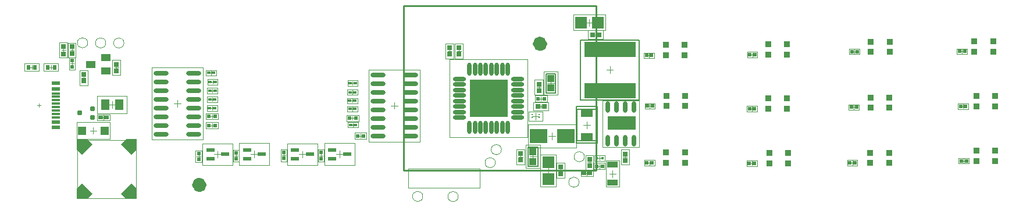
<source format=gtp>
G04*
G04 #@! TF.GenerationSoftware,Altium Limited,CircuitMaker,2.2.1 (2.2.1.6)*
G04*
G04 Layer_Color=7318015*
%FSLAX24Y24*%
%MOIN*%
G70*
G04*
G04 #@! TF.SameCoordinates,07040E79-6860-4804-BF28-05383503267E*
G04*
G04*
G04 #@! TF.FilePolarity,Positive*
G04*
G01*
G75*
%ADD11C,0.0039*%
%ADD13C,0.0100*%
%ADD14C,0.0079*%
%ADD15C,0.0059*%
%ADD17C,0.0050*%
%ADD18C,0.0020*%
%ADD19C,0.0433*%
%ADD20R,0.0283X0.0299*%
%ADD21O,0.0236X0.0669*%
%ADD22R,0.0256X0.0236*%
%ADD23O,0.0236X0.0768*%
%ADD24R,0.0236X0.0276*%
%ADD25R,0.0492X0.0118*%
%ADD26R,0.0197X0.0177*%
%ADD27R,0.0492X0.0610*%
%ADD28R,0.0492X0.0197*%
%ADD29O,0.0768X0.0236*%
%ADD30R,0.0236X0.0276*%
%ADD31R,0.0197X0.0236*%
%ADD32R,0.0236X0.0197*%
%ADD33O,0.0866X0.0236*%
%ADD34R,0.0984X0.0787*%
%ADD35R,0.0394X0.0394*%
%ADD36R,0.0709X0.0650*%
%ADD37R,0.0213X0.0236*%
%ADD38R,0.0217X0.0197*%
%ADD39R,0.0256X0.0256*%
%ADD40R,0.0177X0.0177*%
%ADD41R,0.0610X0.0354*%
%ADD42R,0.0374X0.0354*%
%ADD43R,0.0669X0.0512*%
%ADD44R,0.0650X0.0709*%
%ADD45R,0.0299X0.0283*%
%ADD46R,0.2953X0.0866*%
%ADD47P,0.0600X4X270.0*%
%ADD48R,0.0600X0.0600*%
%ADD49P,0.0600X4X360.0*%
%ADD50R,0.0600X0.0600*%
%ADD51C,0.0098*%
G04:AMPARAMS|DCode=52|XSize=23.6mil|YSize=29.5mil|CornerRadius=4.7mil|HoleSize=0mil|Usage=FLASHONLY|Rotation=90.000|XOffset=0mil|YOffset=0mil|HoleType=Round|Shape=RoundedRectangle|*
%AMROUNDEDRECTD52*
21,1,0.0236,0.0201,0,0,90.0*
21,1,0.0142,0.0295,0,0,90.0*
1,1,0.0094,0.0100,0.0071*
1,1,0.0094,0.0100,-0.0071*
1,1,0.0094,-0.0100,-0.0071*
1,1,0.0094,-0.0100,0.0071*
%
%ADD52ROUNDEDRECTD52*%
%ADD53R,0.0500X0.0500*%
%ADD54R,0.0551X0.0394*%
%ADD55R,0.0492X0.0236*%
G36*
X28840Y7336D02*
Y5215D01*
X26722D01*
X26711Y5204D01*
X26700Y5215D01*
Y7336D01*
X28843Y7339D01*
X28840Y7336D01*
D02*
G37*
G36*
X36190Y4471D02*
X34601D01*
Y5228D01*
X36190D01*
Y4471D01*
D02*
G37*
D11*
X4197Y3888D02*
X7544D01*
Y542D02*
Y3888D01*
X4197Y542D02*
X7544D01*
X4197D02*
Y3888D01*
X26015Y640D02*
G03*
X26015Y640I-295J0D01*
G01*
X33251Y2925D02*
G03*
X33251Y2925I-295J0D01*
G01*
X5818Y9449D02*
G03*
X5818Y9449I-295J0D01*
G01*
X6859Y9444D02*
G03*
X6859Y9444I-295J0D01*
G01*
X4780Y9454D02*
G03*
X4780Y9454I-295J0D01*
G01*
X28144Y2582D02*
G03*
X28144Y2582I-295J0D01*
G01*
X28494Y3332D02*
G03*
X28494Y3332I-295J0D01*
G01*
X32941Y1465D02*
G03*
X32941Y1465I-295J0D01*
G01*
X23988Y649D02*
G03*
X23988Y649I-295J0D01*
G01*
X4542Y7346D02*
Y7563D01*
X4434Y7455D02*
X4651D01*
X35147Y4818D02*
X35541D01*
X35344Y4621D02*
Y5015D01*
X19835Y6135D02*
X20051D01*
X19943Y6027D02*
Y6243D01*
X5983Y5913D02*
X6377D01*
X6180Y5717D02*
Y6110D01*
X14134Y3066D02*
X14528D01*
X14331Y2869D02*
Y3263D01*
X23154Y1127D02*
X27249D01*
Y2229D01*
X23154D02*
X27249D01*
X23154Y1127D02*
Y2229D01*
X27562Y6272D02*
X27956D01*
X27759Y6075D02*
Y6469D01*
X1573Y7947D02*
Y8163D01*
X1465Y8055D02*
X1681D01*
X2676Y7947D02*
Y8163D01*
X2567Y8055D02*
X2784D01*
X19965Y5027D02*
Y5243D01*
X19857Y5135D02*
X20074D01*
X20426Y4012D02*
Y4228D01*
X20317Y4120D02*
X20534D01*
X18047Y2987D02*
X18264D01*
X18155Y2879D02*
Y3095D01*
X15908Y3001D02*
X16125D01*
X16017Y2893D02*
Y3109D01*
X13173Y2978D02*
X13390D01*
X13281Y2870D02*
Y3087D01*
X11029Y2946D02*
X11246D01*
X11138Y2838D02*
Y3054D01*
X19218Y2866D02*
Y3260D01*
X19021Y3063D02*
X19414D01*
X17093Y2863D02*
Y3257D01*
X16897Y3060D02*
X17290D01*
X12228Y2865D02*
Y3259D01*
X12032Y3062D02*
X12425D01*
X11904Y5137D02*
Y5353D01*
X11796Y5245D02*
X12012D01*
X11909Y4612D02*
Y4829D01*
X11801Y4720D02*
X12017D01*
X22351Y5661D02*
Y6055D01*
X22154Y5858D02*
X22548D01*
X20874Y7925D02*
X23827D01*
X20874Y3791D02*
X23827D01*
X20874D02*
Y7925D01*
X23827Y3791D02*
Y7925D01*
X9922Y5775D02*
Y6169D01*
X9725Y5972D02*
X10119D01*
X8445Y3905D02*
X11398D01*
X8445Y8039D02*
X11398D01*
Y3905D02*
Y8039D01*
X8445Y3905D02*
Y8039D01*
X29492Y2925D02*
X29709D01*
X29600Y2816D02*
Y3033D01*
X30300Y2738D02*
Y3131D01*
X30104Y2935D02*
X30497D01*
X31876Y2037D02*
Y2253D01*
X31767Y2145D02*
X31984D01*
X30979Y2125D02*
X31373D01*
X31176Y1928D02*
Y2322D01*
X33278Y1975D02*
X33514D01*
X33396Y1857D02*
Y2093D01*
X33988Y2385D02*
X34244D01*
X34116Y2257D02*
Y2513D01*
X36983Y2452D02*
Y2688D01*
X36865Y2570D02*
X37101D01*
X33546Y2487D02*
Y2703D01*
X33437Y2595D02*
X33654D01*
X34007Y2845D02*
X34224D01*
X34116Y2737D02*
Y2953D01*
X34870Y1754D02*
Y2148D01*
X34673Y1951D02*
X35067D01*
X35576Y2786D02*
Y3002D01*
X35467Y2894D02*
X35684D01*
X33189Y4745D02*
X33583D01*
X33386Y4548D02*
Y4942D01*
X33536Y10418D02*
Y10812D01*
X33339Y10615D02*
X33733D01*
X37001Y5712D02*
Y5948D01*
X36883Y5830D02*
X37119D01*
X36956Y8617D02*
Y8853D01*
X36838Y8735D02*
X37074D01*
X42871Y8652D02*
Y8888D01*
X42753Y8770D02*
X42989D01*
X42849Y2426D02*
Y2662D01*
X42731Y2544D02*
X42967D01*
X42735Y5675D02*
X42972D01*
X42853Y5557D02*
Y5793D01*
X48690Y5642D02*
Y5878D01*
X48572Y5760D02*
X48809D01*
X48728Y8837D02*
Y9073D01*
X48610Y8955D02*
X48846D01*
X48606Y2457D02*
Y2693D01*
X48488Y2575D02*
X48724D01*
X54878Y2685D02*
X55114D01*
X54996Y2567D02*
Y2803D01*
X54835Y5815D02*
X55072D01*
X54953Y5697D02*
Y5933D01*
X54893Y8847D02*
Y9083D01*
X54775Y8965D02*
X55012D01*
X33791Y9923D02*
X34007D01*
X33899Y9815D02*
Y10032D01*
X34509Y7905D02*
X34903D01*
X34706Y7708D02*
Y8102D01*
X26066Y8877D02*
Y9093D01*
X25957Y8985D02*
X26174D01*
X11823Y6713D02*
X12040D01*
X11932Y6605D02*
Y6822D01*
X11832Y7213D02*
X12049D01*
X11940Y7105D02*
Y7322D01*
X11810Y5715D02*
X12026D01*
X11918Y5607D02*
Y5823D01*
X11812Y6203D02*
X12029D01*
X11921Y6094D02*
Y6311D01*
X11748Y7734D02*
X11964D01*
X11856Y7625D02*
Y7842D01*
X30259Y5252D02*
X30653D01*
X30456Y5055D02*
Y5448D01*
X19847Y6625D02*
X20063D01*
X19955Y6517D02*
Y6733D01*
X19845Y5665D02*
X20062D01*
X19953Y5557D02*
Y5773D01*
X5570Y5175D02*
X5806D01*
X5688Y5057D02*
Y5293D01*
X3886Y8930D02*
Y9146D01*
X3777Y9038D02*
X3994D01*
X30769Y6144D02*
Y6361D01*
X30661Y6252D02*
X30877D01*
X3778Y8265D02*
X3994D01*
X3886Y8157D02*
Y8373D01*
X19859Y7149D02*
X20076D01*
X19968Y7040D02*
Y7257D01*
X30531Y6902D02*
X30747D01*
X30639Y6794D02*
Y7011D01*
X6326Y8027D02*
X6542D01*
X6434Y7918D02*
Y8135D01*
X3396Y8927D02*
Y9143D01*
X3287Y9035D02*
X3504D01*
X31319Y6941D02*
Y7335D01*
X31122Y7138D02*
X31516D01*
X19877Y4750D02*
X20094D01*
X19985Y4642D02*
Y4858D01*
X25417Y8986D02*
X25634D01*
X25526Y8878D02*
Y9094D01*
X30768Y5694D02*
Y5911D01*
X30660Y5802D02*
X30876D01*
X5100Y4228D02*
Y4622D01*
X4904Y4425D02*
X5297D01*
D13*
X22887Y11584D02*
X33911D01*
Y2135D02*
Y11584D01*
X22887Y2135D02*
X33911D01*
X22887D02*
Y11584D01*
D14*
X32772Y3695D02*
X34000D01*
Y5795D01*
X32772D02*
X34000D01*
X32772Y3695D02*
Y5795D01*
D15*
X30576Y2385D02*
Y3485D01*
X30025Y2385D02*
X30576D01*
X30025D02*
Y3485D01*
X30576D01*
X31044Y6588D02*
Y7688D01*
X31595D01*
Y6588D02*
Y7688D01*
X31044Y6588D02*
X31595D01*
X32811Y3839D02*
X33961D01*
Y5650D01*
X32811D02*
X33961D01*
X32811Y3839D02*
Y5650D01*
D17*
X33033Y6192D02*
X36379D01*
X33033Y9618D02*
X36379D01*
X33033Y6192D02*
Y9618D01*
X36379Y6192D02*
Y9618D01*
D18*
X4306Y7022D02*
X4779D01*
X4306Y7888D02*
X4779D01*
X4306Y7022D02*
Y7888D01*
X4779Y7022D02*
Y7888D01*
X36388Y3480D02*
Y6157D01*
X34301Y3480D02*
Y6157D01*
X36388D01*
X34301Y3480D02*
X36388D01*
X19648Y5977D02*
Y6292D01*
X20238Y5977D02*
Y6292D01*
X19648D02*
X20238D01*
X19648Y5977D02*
X20238D01*
X5334Y5402D02*
Y6425D01*
X7027Y5402D02*
Y6425D01*
X5334D02*
X7027D01*
X5334Y5402D02*
X7027D01*
X13465Y2436D02*
Y3696D01*
X15197Y2436D02*
Y3696D01*
X13465D02*
X15197D01*
X13465Y2436D02*
X15197D01*
X30003Y4028D02*
Y8516D01*
X25515Y4028D02*
Y8516D01*
Y4028D02*
X30003D01*
X25515Y8516D02*
X30003D01*
X1160Y7838D02*
X1987D01*
X1160Y8271D02*
X1987D01*
Y7838D02*
Y8271D01*
X1160Y7838D02*
Y8271D01*
X2262Y8271D02*
X3089D01*
X2262Y7838D02*
X3089D01*
X2262D02*
Y8271D01*
X3089Y7838D02*
Y8271D01*
X19623Y4958D02*
X20307D01*
X19623Y5312D02*
X20307D01*
Y4958D02*
Y5312D01*
X19623Y4958D02*
Y5312D01*
X20084Y3943D02*
X20768D01*
X20084Y4297D02*
X20768D01*
Y3943D02*
Y4297D01*
X20084Y3943D02*
Y4297D01*
X18333Y2645D02*
Y3329D01*
X17978Y2645D02*
Y3329D01*
X18333D01*
X17978Y2645D02*
X18333D01*
X16194Y2659D02*
Y3343D01*
X15840Y2659D02*
Y3343D01*
X16194D01*
X15840Y2659D02*
X16194D01*
X13459Y2637D02*
Y3320D01*
X13104Y2637D02*
Y3320D01*
X13459D01*
X13104Y2637D02*
X13459D01*
X11315Y2604D02*
Y3288D01*
X10961Y2604D02*
Y3288D01*
X11315D01*
X10961Y2604D02*
X11315D01*
X18351Y2433D02*
X20084D01*
X18351Y3693D02*
X20084D01*
Y2433D02*
Y3693D01*
X18351Y2433D02*
Y3693D01*
X16227Y2430D02*
X17960D01*
X16227Y3690D02*
X17960D01*
Y2430D02*
Y3690D01*
X16227Y2430D02*
Y3690D01*
X11362Y2432D02*
X13094D01*
X11362Y3692D02*
X13094D01*
Y2432D02*
Y3692D01*
X11362Y2432D02*
Y3692D01*
X11562Y5422D02*
X12246D01*
X11562Y5068D02*
X12246D01*
X11562D02*
Y5422D01*
X12246Y5068D02*
Y5422D01*
X11567Y4897D02*
X12251D01*
X11567Y4543D02*
X12251D01*
X11567D02*
Y4897D01*
X12251Y4543D02*
Y4897D01*
X31201Y4113D02*
X31595D01*
X31398Y3916D02*
Y4310D01*
X32776Y3444D02*
Y4782D01*
X30020D02*
X32776D01*
X30020Y3444D02*
Y4782D01*
Y3444D02*
X32776D01*
X29364Y2492D02*
Y3358D01*
X29837Y2492D02*
Y3358D01*
X29364Y2492D02*
X29837D01*
X29364Y3358D02*
X29837D01*
X29887Y3604D02*
X30714D01*
X29887Y2265D02*
X30714D01*
Y3604D01*
X29887Y2265D02*
Y3604D01*
X31640Y2578D02*
X32112D01*
X31640Y1712D02*
X32112D01*
Y2578D01*
X31640Y1712D02*
Y2578D01*
X30723Y1219D02*
Y3030D01*
X31628Y1219D02*
Y3030D01*
X30723Y1219D02*
X31628D01*
X30723Y3030D02*
X31628D01*
X33750Y1798D02*
Y2152D01*
X33041Y1798D02*
Y2152D01*
Y1798D02*
X33750D01*
X33041Y2152D02*
X33750D01*
X34431Y2208D02*
Y2562D01*
X33801Y2208D02*
Y2562D01*
Y2208D02*
X34431D01*
X33801Y2562D02*
X34431D01*
X36688Y2412D02*
X37279D01*
X36688Y2727D02*
X37279D01*
Y2412D02*
Y2727D01*
X36688Y2412D02*
Y2727D01*
X33329Y2182D02*
X33762D01*
X33329Y3008D02*
X33762D01*
X33329Y2182D02*
Y3008D01*
X33762Y2182D02*
Y3008D01*
X33820Y2687D02*
Y3002D01*
X34411Y2687D02*
Y3002D01*
X33820D02*
X34411D01*
X33820Y2687D02*
X34411D01*
X34496Y1203D02*
X35244D01*
X34496Y2699D02*
X35244D01*
X34496Y1203D02*
Y2699D01*
X35244Y1203D02*
Y2699D01*
X35340Y2461D02*
X35812D01*
X35340Y3327D02*
X35812D01*
X35340Y2461D02*
Y3327D01*
X35812Y2461D02*
Y3327D01*
X32630Y11068D02*
X34441D01*
X32630Y10162D02*
X34441D01*
X32630D02*
Y11068D01*
X34441Y10162D02*
Y11068D01*
X36706Y5672D02*
X37296D01*
X36706Y5987D02*
X37296D01*
Y5672D02*
Y5987D01*
X36706Y5672D02*
Y5987D01*
X36660Y8577D02*
X37251D01*
X36660Y8892D02*
X37251D01*
Y8577D02*
Y8892D01*
X36660Y8577D02*
Y8892D01*
X42576Y8612D02*
X43166D01*
X42576Y8927D02*
X43166D01*
Y8612D02*
Y8927D01*
X42576Y8612D02*
Y8927D01*
X42553Y2387D02*
X43144D01*
X42553Y2702D02*
X43144D01*
Y2387D02*
Y2702D01*
X42553Y2387D02*
Y2702D01*
X42558Y5517D02*
Y5832D01*
X43149Y5517D02*
Y5832D01*
X42558D02*
X43149D01*
X42558Y5517D02*
X43149D01*
X48395Y5602D02*
X48986D01*
X48395Y5917D02*
X48986D01*
Y5602D02*
Y5917D01*
X48395Y5602D02*
Y5917D01*
X48433Y8797D02*
X49023D01*
X48433Y9112D02*
X49023D01*
Y8797D02*
Y9112D01*
X48433Y8797D02*
Y9112D01*
X48310Y2417D02*
X48901D01*
X48310Y2732D02*
X48901D01*
Y2417D02*
Y2732D01*
X48310Y2417D02*
Y2732D01*
X54700Y2527D02*
Y2842D01*
X55291Y2527D02*
Y2842D01*
X54700D02*
X55291D01*
X54700Y2527D02*
X55291D01*
X54658Y5657D02*
Y5972D01*
X55249Y5657D02*
Y5972D01*
X54658D02*
X55249D01*
X54658Y5657D02*
X55249D01*
X54598Y8807D02*
X55189D01*
X54598Y9122D02*
X55189D01*
Y8807D02*
Y9122D01*
X54598Y8807D02*
Y9122D01*
X34332Y9687D02*
Y10160D01*
X33466Y9687D02*
Y10160D01*
Y9687D02*
X34332D01*
X33466Y10160D02*
X34332D01*
X25830Y9418D02*
X26302D01*
X25830Y8552D02*
X26302D01*
Y9418D01*
X25830Y8552D02*
Y9418D01*
X12227Y6556D02*
Y6871D01*
X11636Y6556D02*
Y6871D01*
Y6556D02*
X12227D01*
X11636Y6871D02*
X12227D01*
X12236Y7056D02*
Y7371D01*
X11645Y7056D02*
Y7371D01*
Y7056D02*
X12236D01*
X11645Y7371D02*
X12236D01*
X12213Y5557D02*
Y5872D01*
X11623Y5557D02*
Y5872D01*
Y5557D02*
X12213D01*
X11623Y5872D02*
X12213D01*
X12216Y6045D02*
Y6360D01*
X11625Y6045D02*
Y6360D01*
Y6045D02*
X12216D01*
X11625Y6360D02*
X12216D01*
X12151Y7576D02*
Y7891D01*
X11561Y7576D02*
Y7891D01*
Y7576D02*
X12151D01*
X11561Y7891D02*
X12151D01*
X30860Y4986D02*
Y5517D01*
X30052Y4986D02*
Y5517D01*
Y4986D02*
X30860D01*
X30052Y5517D02*
X30860D01*
X19660Y6467D02*
Y6782D01*
X20250Y6467D02*
Y6782D01*
X19660D02*
X20250D01*
X19660Y6467D02*
X20250D01*
X19658Y5507D02*
Y5822D01*
X20249Y5507D02*
Y5822D01*
X19658D02*
X20249D01*
X19658Y5507D02*
X20249D01*
X6042Y4998D02*
Y5352D01*
X5333Y4998D02*
Y5352D01*
Y4998D02*
X6042D01*
X5333Y5352D02*
X6042D01*
X3669Y8625D02*
X4102D01*
X3669Y9451D02*
X4102D01*
X3669Y8625D02*
Y9451D01*
X4102Y8625D02*
Y9451D01*
X30427Y6429D02*
X31111D01*
X30427Y6075D02*
X31111D01*
X30427D02*
Y6429D01*
X31111Y6075D02*
Y6429D01*
X3709Y7923D02*
Y8607D01*
X4063Y7923D02*
Y8607D01*
X3709Y7923D02*
X4063D01*
X3709Y8607D02*
X4063D01*
X19672Y6991D02*
Y7306D01*
X20263Y6991D02*
Y7306D01*
X19672D02*
X20263D01*
X19672Y6991D02*
X20263D01*
X30875Y6469D02*
Y7335D01*
X30403Y6469D02*
Y7335D01*
X30875D01*
X30403Y6469D02*
X30875D01*
X6670Y7594D02*
Y8460D01*
X6198Y7594D02*
Y8460D01*
X6670D01*
X6198Y7594D02*
X6670D01*
X3160Y8602D02*
X3632D01*
X3160Y9468D02*
X3632D01*
X3160Y8602D02*
Y9468D01*
X3632Y8602D02*
Y9468D01*
X30906Y6469D02*
X31733D01*
X30906Y7807D02*
X31733D01*
X30906Y6469D02*
Y7807D01*
X31733Y6469D02*
Y7807D01*
X19690Y4593D02*
Y4907D01*
X20281Y4593D02*
Y4907D01*
X19690D02*
X20281D01*
X19690Y4593D02*
X20281D01*
X25762Y8553D02*
Y9419D01*
X25290Y8553D02*
Y9419D01*
X25762D01*
X25290Y8553D02*
X25762D01*
X30335Y5566D02*
X31201D01*
X30335Y6039D02*
X31201D01*
Y5566D02*
Y6039D01*
X30335Y5566D02*
Y6039D01*
X4156Y3952D02*
X6045D01*
X4156Y4897D02*
X6045D01*
Y3952D02*
Y4897D01*
X4156Y3952D02*
Y4897D01*
X1902Y5868D02*
X2099D01*
X2001Y5769D02*
Y5966D01*
D19*
X30900Y9398D02*
G03*
X30900Y9398I-197J0D01*
G01*
X11374Y1309D02*
G03*
X11374Y1309I-197J0D01*
G01*
D20*
X4542Y7266D02*
D03*
Y7644D02*
D03*
X29600Y2736D02*
D03*
Y3114D02*
D03*
X31876Y2334D02*
D03*
Y1956D02*
D03*
X35576Y2705D02*
D03*
Y3083D02*
D03*
X26066Y9174D02*
D03*
Y8796D02*
D03*
X30639Y7091D02*
D03*
Y6713D02*
D03*
X6434Y8216D02*
D03*
Y7838D02*
D03*
X3396Y8815D02*
D03*
Y9255D02*
D03*
X25526Y9175D02*
D03*
Y8797D02*
D03*
D21*
X36094Y5783D02*
D03*
X35594D02*
D03*
X35094D02*
D03*
X34594D02*
D03*
X36094Y3854D02*
D03*
X35594D02*
D03*
X35094D02*
D03*
X34594D02*
D03*
D22*
X33228Y1975D02*
D03*
X33563D02*
D03*
X5855Y5175D02*
D03*
X5520D02*
D03*
D23*
X27602Y4609D02*
D03*
X28861Y7936D02*
D03*
X28547D02*
D03*
X28232D02*
D03*
X27917D02*
D03*
X27602D02*
D03*
X27287D02*
D03*
X26972D02*
D03*
X26657D02*
D03*
Y4609D02*
D03*
X26972D02*
D03*
X27287D02*
D03*
X27917D02*
D03*
X28232D02*
D03*
X28547D02*
D03*
X28861D02*
D03*
D24*
X2479Y8055D02*
D03*
X1770D02*
D03*
D25*
X2966Y6360D02*
D03*
Y6163D02*
D03*
Y6557D02*
D03*
Y5179D02*
D03*
Y5572D02*
D03*
Y5376D02*
D03*
Y5769D02*
D03*
Y5966D02*
D03*
D26*
X19795Y6135D02*
D03*
X20091D02*
D03*
X12079Y6713D02*
D03*
X11784D02*
D03*
X12088Y7213D02*
D03*
X11793D02*
D03*
X12066Y5715D02*
D03*
X11770D02*
D03*
X12068Y6203D02*
D03*
X11773D02*
D03*
X12003Y7734D02*
D03*
X11708D02*
D03*
X19808Y6625D02*
D03*
X20103D02*
D03*
X19806Y5665D02*
D03*
X20101D02*
D03*
X19820Y7149D02*
D03*
X20115D02*
D03*
X19838Y4750D02*
D03*
X20133D02*
D03*
D27*
X5777Y5913D02*
D03*
X6584D02*
D03*
D28*
X13907Y3322D02*
D03*
Y2810D02*
D03*
X14754Y3066D02*
D03*
X19641Y3063D02*
D03*
X18794Y2807D02*
D03*
Y3319D02*
D03*
X17517Y3060D02*
D03*
X16670Y2804D02*
D03*
Y3316D02*
D03*
X12652Y3062D02*
D03*
X11805Y2806D02*
D03*
Y3318D02*
D03*
D29*
X29423Y5170D02*
D03*
Y5485D02*
D03*
Y5800D02*
D03*
Y6115D02*
D03*
Y6430D02*
D03*
Y6745D02*
D03*
Y7060D02*
D03*
Y7375D02*
D03*
X26096D02*
D03*
Y7060D02*
D03*
Y6745D02*
D03*
Y6430D02*
D03*
Y6115D02*
D03*
Y5800D02*
D03*
Y5485D02*
D03*
Y5170D02*
D03*
D30*
X1376Y8055D02*
D03*
X2873D02*
D03*
D31*
X19790Y5135D02*
D03*
X20140D02*
D03*
X20250Y4120D02*
D03*
X20601D02*
D03*
X12079Y5245D02*
D03*
X11729D02*
D03*
X12084Y4720D02*
D03*
X11734D02*
D03*
X30944Y6252D02*
D03*
X30594D02*
D03*
D32*
X18156Y2812D02*
D03*
Y3162D02*
D03*
X16017Y2826D02*
D03*
Y3176D02*
D03*
X13282Y2803D02*
D03*
Y3154D02*
D03*
X11138Y2771D02*
D03*
Y3121D02*
D03*
X3886Y8440D02*
D03*
Y8090D02*
D03*
D33*
X21406Y7608D02*
D03*
Y7108D02*
D03*
Y6608D02*
D03*
Y6108D02*
D03*
Y5608D02*
D03*
Y5108D02*
D03*
Y4608D02*
D03*
Y4108D02*
D03*
X23296Y7608D02*
D03*
Y7108D02*
D03*
Y6608D02*
D03*
Y6108D02*
D03*
Y5608D02*
D03*
Y5108D02*
D03*
Y4608D02*
D03*
Y4108D02*
D03*
X10867Y4222D02*
D03*
Y4722D02*
D03*
Y5222D02*
D03*
Y5722D02*
D03*
Y6222D02*
D03*
Y6722D02*
D03*
Y7222D02*
D03*
Y7722D02*
D03*
X8977Y4222D02*
D03*
Y4722D02*
D03*
Y5222D02*
D03*
Y5722D02*
D03*
Y6222D02*
D03*
Y6722D02*
D03*
Y7222D02*
D03*
Y7722D02*
D03*
D34*
X30611Y4113D02*
D03*
X32186D02*
D03*
D35*
X30300Y3210D02*
D03*
Y2659D02*
D03*
X31319Y6862D02*
D03*
Y7413D02*
D03*
D36*
X31176Y1643D02*
D03*
Y2607D02*
D03*
D37*
X34277Y2385D02*
D03*
X33954D02*
D03*
D38*
X37131Y2570D02*
D03*
X36836D02*
D03*
X37149Y5830D02*
D03*
X36853D02*
D03*
X37103Y8735D02*
D03*
X36808D02*
D03*
X43019Y8770D02*
D03*
X42723D02*
D03*
X42996Y2544D02*
D03*
X42701D02*
D03*
X42706Y5675D02*
D03*
X43001D02*
D03*
X48838Y5760D02*
D03*
X48543D02*
D03*
X48876Y8955D02*
D03*
X48580D02*
D03*
X48753Y2575D02*
D03*
X48458D02*
D03*
X54848Y2685D02*
D03*
X55143D02*
D03*
X54806Y5815D02*
D03*
X55101D02*
D03*
X55041Y8965D02*
D03*
X54746D02*
D03*
D39*
X33546Y2398D02*
D03*
Y2792D02*
D03*
X3886Y8841D02*
D03*
Y9235D02*
D03*
D40*
X33958Y2845D02*
D03*
X34273D02*
D03*
D41*
X34870Y1429D02*
D03*
Y2472D02*
D03*
D42*
X37934Y3160D02*
D03*
X39017D02*
D03*
X37934Y2570D02*
D03*
X39017D02*
D03*
X38987Y9330D02*
D03*
X37904D02*
D03*
Y8740D02*
D03*
X38987D02*
D03*
X44928Y3135D02*
D03*
X43846D02*
D03*
Y2544D02*
D03*
X44928D02*
D03*
X44867Y5670D02*
D03*
X43784D02*
D03*
X44867Y6260D02*
D03*
X43784D02*
D03*
X44867Y9360D02*
D03*
X43784D02*
D03*
Y8770D02*
D03*
X44867D02*
D03*
X39037Y6420D02*
D03*
Y5830D02*
D03*
X37954D02*
D03*
Y6420D02*
D03*
X55594Y9540D02*
D03*
X56677D02*
D03*
X55594Y8950D02*
D03*
X56677D02*
D03*
X50708Y3155D02*
D03*
X49626D02*
D03*
Y2564D02*
D03*
X50708D02*
D03*
X56797Y3270D02*
D03*
X55714D02*
D03*
Y2680D02*
D03*
X56797D02*
D03*
X50727Y6320D02*
D03*
Y5730D02*
D03*
X49644D02*
D03*
Y6320D02*
D03*
X50747Y9520D02*
D03*
X49664D02*
D03*
Y8930D02*
D03*
X50747D02*
D03*
X56797Y6410D02*
D03*
Y5820D02*
D03*
X55714D02*
D03*
Y6410D02*
D03*
D43*
X33386Y5445D02*
D03*
Y4045D02*
D03*
D44*
X33053Y10615D02*
D03*
X34018D02*
D03*
D45*
X34088Y9923D02*
D03*
X33710D02*
D03*
X30957Y5802D02*
D03*
X30579D02*
D03*
D46*
X34706Y6724D02*
D03*
Y9086D02*
D03*
D47*
X4758Y803D02*
D03*
X4459Y1103D02*
D03*
X6982Y3627D02*
D03*
X7282Y3327D02*
D03*
D48*
X4459Y803D02*
D03*
X7282Y3627D02*
D03*
D49*
Y1103D02*
D03*
X6982Y803D02*
D03*
X4459Y3327D02*
D03*
X4758Y3627D02*
D03*
D50*
X7282Y803D02*
D03*
X4459Y3627D02*
D03*
D51*
X30653Y5171D02*
D03*
X30259D02*
D03*
X30653Y5332D02*
D03*
X30259D02*
D03*
D52*
X4336Y5435D02*
D03*
X5065Y5691D02*
D03*
Y5179D02*
D03*
D53*
X5750Y4425D02*
D03*
X4450D02*
D03*
D54*
X5815Y7850D02*
D03*
Y8598D02*
D03*
X4949Y8224D02*
D03*
D55*
X2966Y6813D02*
D03*
Y4923D02*
D03*
Y4608D02*
D03*
Y7128D02*
D03*
M02*

</source>
